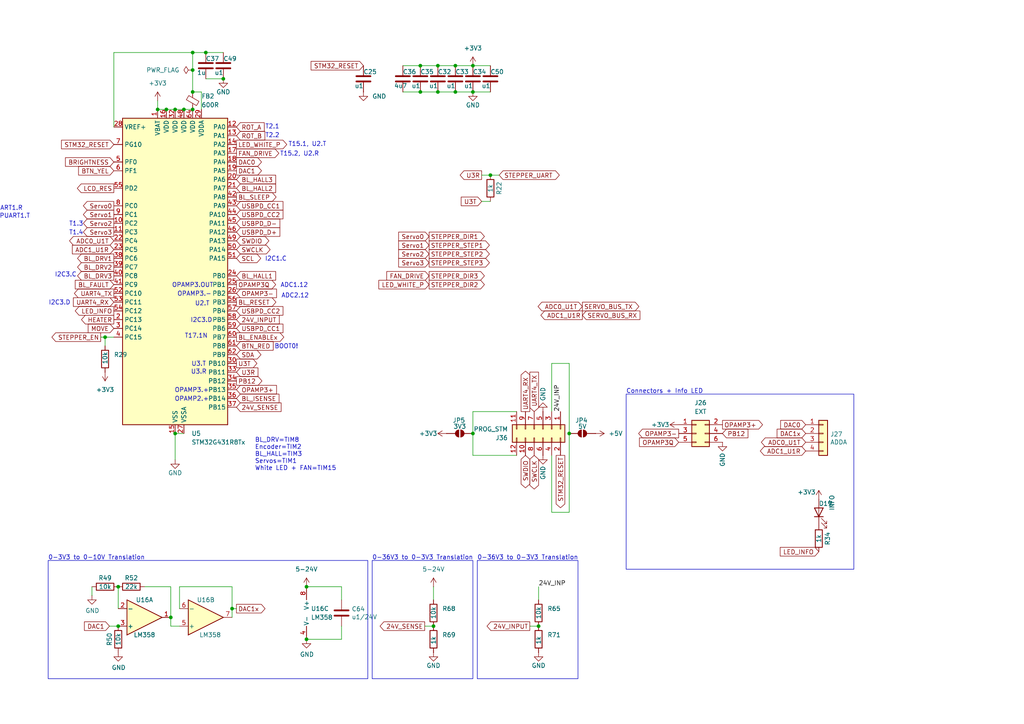
<source format=kicad_sch>
(kicad_sch (version 20250114) (generator "eeschema") (generator_version "9.0")
  (paper "A4")
  (title_block (title "lab@home") (date "2024-08-19") (rev "15.1") (company "Klaus Liebler"))
  (lib_symbols
    (symbol "Amplifier_Operational:LM358" (pin_names (offset 0.127))
      (property "Reference" "U" (at 0 5.08 0))
      (property "Value" "LM358" (at 0 -5.08 0))
      (symbol "LM358_1_1"
        (polyline (pts (xy -5.08 5.08) (xy 5.08 0) (xy -5.08 -5.08) (xy -5.08 5.08)) (stroke (width 0.254)) (fill (type background)))
        (pin input line (at -7.62 2.54 0) (length 2.54) (name "+") (number "3"))
        (pin input line (at -7.62 -2.54 0) (length 2.54) (name "-") (number "2"))
        (pin output line (at 7.62 0 180) (length 2.54) (name "~") (number "1"))
      )
      (symbol "LM358_2_1"
        (polyline (pts (xy -5.08 5.08) (xy 5.08 0) (xy -5.08 -5.08) (xy -5.08 5.08)) (stroke (width 0.254)) (fill (type background)))
        (pin input line (at -7.62 2.54 0) (length 2.54) (name "+") (number "5"))
        (pin input line (at -7.62 -2.54 0) (length 2.54) (name "-") (number "6"))
        (pin output line (at 7.62 0 180) (length 2.54) (name "~") (number "7"))
      )
      (symbol "LM358_3_1"
        (pin power_in line (at -2.54 7.62 270) (length 3.81) (name "V+") (number "8"))
        (pin power_in line (at -2.54 -7.62 90) (length 3.81) (name "V-") (number "4"))
      )
    )
    (symbol "Connector_Generic:Conn_01x04" (pin_names (offset 1.016) (hide yes))
      (property "Reference" "J" (at 0 5.08 0))
      (property "Value" "Conn_01x04" (at 0 -7.62 0))
      (symbol "Conn_01x04_1_1"
        (rectangle (start -1.27 3.81) (end 1.27 -6.35) (stroke (width 0.254)) (fill (type background)))
        (rectangle (start -1.27 2.667) (end 0 2.413) (stroke (width 0.1524)))
        (rectangle (start -1.27 0.127) (end 0 -0.127) (stroke (width 0.1524)))
        (rectangle (start -1.27 -2.413) (end 0 -2.667) (stroke (width 0.1524)))
        (rectangle (start -1.27 -4.953) (end 0 -5.207) (stroke (width 0.1524)))
        (pin passive line (at -5.08 2.54 0) (length 3.81) (name "Pin_1") (number "1"))
        (pin passive line (at -5.08 0 0) (length 3.81) (name "Pin_2") (number "2"))
        (pin passive line (at -5.08 -2.54 0) (length 3.81) (name "Pin_3") (number "3"))
        (pin passive line (at -5.08 -5.08 0) (length 3.81) (name "Pin_4") (number "4"))
      )
    )
    (symbol "Connector_Generic:Conn_02x03_Odd_Even" (pin_names (offset 1.016) (hide yes))
      (property "Reference" "J" (at 1.27 5.08 0))
      (property "Value" "Conn_02x03_Odd_Even" (at 1.27 -5.08 0))
      (symbol "Conn_02x03_Odd_Even_1_1"
        (rectangle (start -1.27 3.81) (end 3.81 -3.81) (stroke (width 0.254)) (fill (type background)))
        (rectangle (start -1.27 2.667) (end 0 2.413) (stroke (width 0.1524)))
        (rectangle (start -1.27 0.127) (end 0 -0.127) (stroke (width 0.1524)))
        (rectangle (start -1.27 -2.413) (end 0 -2.667) (stroke (width 0.1524)))
        (rectangle (start 3.81 2.667) (end 2.54 2.413) (stroke (width 0.1524)))
        (rectangle (start 3.81 0.127) (end 2.54 -0.127) (stroke (width 0.1524)))
        (rectangle (start 3.81 -2.413) (end 2.54 -2.667) (stroke (width 0.1524)))
        (pin passive line (at -5.08 2.54 0) (length 3.81) (name "Pin_1") (number "1"))
        (pin passive line (at -5.08 0 0) (length 3.81) (name "Pin_3") (number "3"))
        (pin passive line (at -5.08 -2.54 0) (length 3.81) (name "Pin_5") (number "5"))
        (pin passive line (at 7.62 2.54 180) (length 3.81) (name "Pin_2") (number "2"))
        (pin passive line (at 7.62 0 180) (length 3.81) (name "Pin_4") (number "4"))
        (pin passive line (at 7.62 -2.54 180) (length 3.81) (name "Pin_6") (number "6"))
      )
    )
    (symbol "Connector_Generic:Conn_02x06_Odd_Even" (pin_names (offset 1.016) (hide yes))
      (property "Reference" "J" (at 1.27 7.62 0))
      (property "Value" "Conn_02x06_Odd_Even" (at 1.27 -10.16 0))
      (symbol "Conn_02x06_Odd_Even_1_1"
        (rectangle (start -1.27 6.35) (end 3.81 -8.89) (stroke (width 0.254)) (fill (type background)))
        (rectangle (start -1.27 5.207) (end 0 4.953) (stroke (width 0.1524)))
        (rectangle (start -1.27 2.667) (end 0 2.413) (stroke (width 0.1524)))
        (rectangle (start -1.27 0.127) (end 0 -0.127) (stroke (width 0.1524)))
        (rectangle (start -1.27 -2.413) (end 0 -2.667) (stroke (width 0.1524)))
        (rectangle (start -1.27 -4.953) (end 0 -5.207) (stroke (width 0.1524)))
        (rectangle (start -1.27 -7.493) (end 0 -7.747) (stroke (width 0.1524)))
        (rectangle (start 3.81 5.207) (end 2.54 4.953) (stroke (width 0.1524)))
        (rectangle (start 3.81 2.667) (end 2.54 2.413) (stroke (width 0.1524)))
        (rectangle (start 3.81 0.127) (end 2.54 -0.127) (stroke (width 0.1524)))
        (rectangle (start 3.81 -2.413) (end 2.54 -2.667) (stroke (width 0.1524)))
        (rectangle (start 3.81 -4.953) (end 2.54 -5.207) (stroke (width 0.1524)))
        (rectangle (start 3.81 -7.493) (end 2.54 -7.747) (stroke (width 0.1524)))
        (pin passive line (at -5.08 5.08 0) (length 3.81) (name "Pin_1") (number "1"))
        (pin passive line (at -5.08 2.54 0) (length 3.81) (name "Pin_3") (number "3"))
        (pin passive line (at -5.08 0 0) (length 3.81) (name "Pin_5") (number "5"))
        (pin passive line (at -5.08 -2.54 0) (length 3.81) (name "Pin_7") (number "7"))
        (pin passive line (at -5.08 -5.08 0) (length 3.81) (name "Pin_9") (number "9"))
        (pin passive line (at -5.08 -7.62 0) (length 3.81) (name "Pin_11") (number "11"))
        (pin passive line (at 7.62 5.08 180) (length 3.81) (name "Pin_2") (number "2"))
        (pin passive line (at 7.62 2.54 180) (length 3.81) (name "Pin_4") (number "4"))
        (pin passive line (at 7.62 0 180) (length 3.81) (name "Pin_6") (number "6"))
        (pin passive line (at 7.62 -2.54 180) (length 3.81) (name "Pin_8") (number "8"))
        (pin passive line (at 7.62 -5.08 180) (length 3.81) (name "Pin_10") (number "10"))
        (pin passive line (at 7.62 -7.62 180) (length 3.81) (name "Pin_12") (number "12"))
      )
    )
    (symbol "Device:C" (pin_numbers (hide yes)) (pin_names (offset 0.254))
      (property "Reference" "C" (at 0.635 2.54 0))
      (property "Value" "C" (at 0.635 -2.54 0))
      (symbol "C_0_1"
        (polyline (pts (xy -2.032 0.762) (xy 2.032 0.762)) (stroke (width 0.508)))
        (polyline (pts (xy -2.032 -0.762) (xy 2.032 -0.762)) (stroke (width 0.508)))
      )
      (symbol "C_1_1"
        (pin passive line (at 0 3.81 270) (length 2.794) (name "~") (number "1"))
        (pin passive line (at 0 -3.81 90) (length 2.794) (name "~") (number "2"))
      )
    )
    (symbol "Device:FerriteBead_Small" (pin_numbers (hide yes)) (pin_names (offset 0))
      (property "Reference" "FB" (at 1.905 1.27 0))
      (property "Value" "FerriteBead_Small" (at 1.905 -1.27 0))
      (symbol "FerriteBead_Small_0_1"
        (polyline (pts (xy -1.8288 0.2794) (xy -1.1176 1.4986) (xy 1.8288 -0.2032) (xy 1.1176 -1.4224) (xy -1.8288 0.2794)))
        (polyline (pts (xy 0 0.889) (xy 0 1.2954)))
        (polyline (pts (xy 0 -1.27) (xy 0 -0.7874)))
      )
      (symbol "FerriteBead_Small_1_1"
        (pin passive line (at 0 2.54 270) (length 1.27) (name "~") (number "1"))
        (pin passive line (at 0 -2.54 90) (length 1.27) (name "~") (number "2"))
      )
    )
    (symbol "Device:LED" (pin_numbers (hide yes)) (pin_names (offset 1.016) (hide yes))
      (property "Reference" "D" (at 0 2.54 0))
      (property "Value" "LED" (at 0 -2.54 0))
      (symbol "LED_0_1"
        (polyline (pts (xy -3.048 -0.762) (xy -4.572 -2.286) (xy -3.81 -2.286) (xy -4.572 -2.286) (xy -4.572 -1.524)))
        (polyline (pts (xy -1.778 -0.762) (xy -3.302 -2.286) (xy -2.54 -2.286) (xy -3.302 -2.286) (xy -3.302 -1.524)))
        (polyline (pts (xy -1.27 0) (xy 1.27 0)))
        (polyline (pts (xy -1.27 -1.27) (xy -1.27 1.27)) (stroke (width 0.254)))
        (polyline (pts (xy 1.27 -1.27) (xy 1.27 1.27) (xy -1.27 0) (xy 1.27 -1.27)) (stroke (width 0.254)))
      )
      (symbol "LED_1_1"
        (pin passive line (at -3.81 0 0) (length 2.54) (name "K") (number "1"))
        (pin passive line (at 3.81 0 180) (length 2.54) (name "A") (number "2"))
      )
    )
    (symbol "Device:R" (pin_numbers (hide yes)) (pin_names (offset 0))
      (property "Reference" "R" (at 2.032 0 90))
      (property "Value" "R" (at 0 0 90))
      (symbol "R_0_1"
        (rectangle (start -1.016 -2.54) (end 1.016 2.54) (stroke (width 0.254)))
      )
      (symbol "R_1_1"
        (pin passive line (at 0 3.81 270) (length 1.27) (name "~") (number "1"))
        (pin passive line (at 0 -3.81 90) (length 1.27) (name "~") (number "2"))
      )
    )
    (symbol "Jumper:SolderJumper_2_Open" (pin_numbers (hide yes)) (pin_names (offset 0) (hide yes)) (exclude_from_sim yes) (in_bom no)
      (property "Reference" "JP" (at 0 2.032 0))
      (property "Value" "SolderJumper_2_Open" (at 0 -2.54 0))
      (symbol "SolderJumper_2_Open_0_1"
        (polyline (pts (xy -0.254 1.016) (xy -0.254 -1.016)))
        (arc (start -0.254 -1.016) (mid -1.2656 0) (end -0.254 1.016))
        (arc (start -0.254 -1.016) (mid -1.2656 0) (end -0.254 1.016) (fill (type outline)))
        (arc (start 0.254 1.016) (mid 1.2656 0) (end 0.254 -1.016))
        (arc (start 0.254 1.016) (mid 1.2656 0) (end 0.254 -1.016) (fill (type outline)))
        (polyline (pts (xy 0.254 1.016) (xy 0.254 -1.016)))
      )
      (symbol "SolderJumper_2_Open_1_1"
        (pin passive line (at -3.81 0 0) (length 2.54) (name "A") (number "1"))
        (pin passive line (at 3.81 0 180) (length 2.54) (name "B") (number "2"))
      )
    )
    (symbol "MCU_ST_STM32G4:STM32G431R8Tx"
      (property "Reference" "U" (at -15.24 46.99 0))
      (property "Value" "STM32G431R8Tx" (at 10.16 46.99 0))
      (symbol "STM32G431R8Tx_0_1"
        (rectangle (start -15.24 -43.18) (end 15.24 45.72) (stroke (width 0.254)) (fill (type background)))
      )
      (symbol "STM32G431R8Tx_1_1"
        (pin input line (at -17.78 43.18 0) (length 2.54) (name "VREF+") (number "28"))
        (pin bidirectional line (at -17.78 38.1 0) (length 2.54) (name "PG10") (number "7"))
        (pin bidirectional line (at -17.78 33.02 0) (length 2.54) (name "PF0") (number "5"))
        (pin bidirectional line (at -17.78 30.48 0) (length 2.54) (name "PF1") (number "6"))
        (pin bidirectional line (at -17.78 25.4 0) (length 2.54) (name "PD2") (number "55"))
        (pin bidirectional line (at -17.78 20.32 0) (length 2.54) (name "PC0") (number "8"))
        (pin bidirectional line (at -17.78 17.78 0) (length 2.54) (name "PC1") (number "9"))
        (pin bidirectional line (at -17.78 15.24 0) (length 2.54) (name "PC2") (number "10"))
        (pin bidirectional line (at -17.78 12.7 0) (length 2.54) (name "PC3") (number "11"))
        (pin bidirectional line (at -17.78 10.16 0) (length 2.54) (name "PC4") (number "22"))
        (pin bidirectional line (at -17.78 7.62 0) (length 2.54) (name "PC5") (number "23"))
        (pin bidirectional line (at -17.78 5.08 0) (length 2.54) (name "PC6") (number "38"))
        (pin bidirectional line (at -17.78 2.54 0) (length 2.54) (name "PC7") (number "39"))
        (pin bidirectional line (at -17.78 0 0) (length 2.54) (name "PC8") (number "40"))
        (pin bidirectional line (at -17.78 -2.54 0) (length 2.54) (name "PC9") (number "41"))
        (pin bidirectional line (at -17.78 -5.08 0) (length 2.54) (name "PC10") (number "52"))
        (pin bidirectional line (at -17.78 -7.62 0) (length 2.54) (name "PC11") (number "53"))
        (pin bidirectional line (at -17.78 -10.16 0) (length 2.54) (name "PC12") (number "54"))
        (pin bidirectional line (at -17.78 -12.7 0) (length 2.54) (name "PC13") (number "2"))
        (pin bidirectional line (at -17.78 -15.24 0) (length 2.54) (name "PC14") (number "3"))
        (pin bidirectional line (at -17.78 -17.78 0) (length 2.54) (name "PC15") (number "4"))
        (pin power_in line (at -5.08 48.26 270) (length 2.54) (name "VBAT") (number "1"))
        (pin power_in line (at -2.54 48.26 270) (length 2.54) (name "VDD") (number "16"))
        (pin power_in line (at 0 48.26 270) (length 2.54) (name "VDD") (number "32"))
        (pin power_in line (at 0 -45.72 90) (length 2.54) (name "VSS") (number "15"))
        (pin passive line (at 0 -45.72 90) (length 2.54) (hide yes) (name "VSS") (number "31"))
        (pin passive line (at 0 -45.72 90) (length 2.54) (hide yes) (name "VSS") (number "47"))
        (pin passive line (at 0 -45.72 90) (length 2.54) (hide yes) (name "VSS") (number "63"))
        (pin power_in line (at 2.54 48.26 270) (length 2.54) (name "VDD") (number "48"))
        (pin power_in line (at 2.54 -45.72 90) (length 2.54) (name "VSSA") (number "27"))
        (pin power_in line (at 5.08 48.26 270) (length 2.54) (name "VDD") (number "64"))
        (pin power_in line (at 7.62 48.26 270) (length 2.54) (name "VDDA") (number "29"))
        (pin bidirectional line (at 17.78 43.18 180) (length 2.54) (name "PA0") (number "12"))
        (pin bidirectional line (at 17.78 40.64 180) (length 2.54) (name "PA1") (number "13"))
        (pin bidirectional line (at 17.78 38.1 180) (length 2.54) (name "PA2") (number "14"))
        (pin bidirectional line (at 17.78 35.56 180) (length 2.54) (name "PA3") (number "17"))
        (pin bidirectional line (at 17.78 33.02 180) (length 2.54) (name "PA4") (number "18"))
        (pin bidirectional line (at 17.78 30.48 180) (length 2.54) (name "PA5") (number "19"))
        (pin bidirectional line (at 17.78 27.94 180) (length 2.54) (name "PA6") (number "20"))
        (pin bidirectional line (at 17.78 25.4 180) (length 2.54) (name "PA7") (number "21"))
        (pin bidirectional line (at 17.78 22.86 180) (length 2.54) (name "PA8") (number "42"))
        (pin bidirectional line (at 17.78 20.32 180) (length 2.54) (name "PA9") (number "43"))
        (pin bidirectional line (at 17.78 17.78 180) (length 2.54) (name "PA10") (number "44"))
        (pin bidirectional line (at 17.78 15.24 180) (length 2.54) (name "PA11") (number "45"))
        (pin bidirectional line (at 17.78 12.7 180) (length 2.54) (name "PA12") (number "46"))
        (pin bidirectional line (at 17.78 10.16 180) (length 2.54) (name "PA13") (number "49"))
        (pin bidirectional line (at 17.78 7.62 180) (length 2.54) (name "PA14") (number "50"))
        (pin bidirectional line (at 17.78 5.08 180) (length 2.54) (name "PA15") (number "51"))
        (pin bidirectional line (at 17.78 0 180) (length 2.54) (name "PB0") (number "24"))
        (pin bidirectional line (at 17.78 -2.54 180) (length 2.54) (name "PB1") (number "25"))
        (pin bidirectional line (at 17.78 -5.08 180) (length 2.54) (name "PB2") (number "26"))
        (pin bidirectional line (at 17.78 -7.62 180) (length 2.54) (name "PB3") (number "56"))
        (pin bidirectional line (at 17.78 -10.16 180) (length 2.54) (name "PB4") (number "57"))
        (pin bidirectional line (at 17.78 -12.7 180) (length 2.54) (name "PB5") (number "58"))
        (pin bidirectional line (at 17.78 -15.24 180) (length 2.54) (name "PB6") (number "59"))
        (pin bidirectional line (at 17.78 -17.78 180) (length 2.54) (name "PB7") (number "60"))
        (pin bidirectional line (at 17.78 -20.32 180) (length 2.54) (name "PB8") (number "61"))
        (pin bidirectional line (at 17.78 -22.86 180) (length 2.54) (name "PB9") (number "62"))
        (pin bidirectional line (at 17.78 -25.4 180) (length 2.54) (name "PB10") (number "30"))
        (pin bidirectional line (at 17.78 -27.94 180) (length 2.54) (name "PB11") (number "33"))
        (pin bidirectional line (at 17.78 -30.48 180) (length 2.54) (name "PB12") (number "34"))
        (pin bidirectional line (at 17.78 -33.02 180) (length 2.54) (name "PB13") (number "35"))
        (pin bidirectional line (at 17.78 -35.56 180) (length 2.54) (name "PB14") (number "36"))
        (pin bidirectional line (at 17.78 -38.1 180) (length 2.54) (name "PB15") (number "37"))
      )
    )
    (symbol "power:+3V3" (power) (pin_numbers (hide yes)) (pin_names (offset 0) (hide yes))
      (property "Value" "+3V3" (at 0 3.556 0))
      (symbol "+3V3_0_1"
        (polyline (pts (xy -0.762 1.27) (xy 0 2.54)))
        (polyline (pts (xy 0 2.54) (xy 0.762 1.27)))
        (polyline (pts (xy 0 0) (xy 0 2.54)))
      )
      (symbol "+3V3_1_1"
        (pin power_in line (at 0 0 90) (length 0) (name "~") (number "1"))
      )
    )
    (symbol "power:+5V" (power) (pin_numbers (hide yes)) (pin_names (offset 0) (hide yes))
      (property "Value" "+5V" (at 0 3.556 0))
      (symbol "+5V_0_1"
        (polyline (pts (xy -0.762 1.27) (xy 0 2.54)))
        (polyline (pts (xy 0 2.54) (xy 0.762 1.27)))
        (polyline (pts (xy 0 0) (xy 0 2.54)))
      )
      (symbol "+5V_1_1"
        (pin power_in line (at 0 0 90) (length 0) (name "~") (number "1"))
      )
    )
    (symbol "power:+VSW" (power) (pin_numbers (hide yes)) (pin_names (offset 0) (hide yes))
      (property "Value" "+VSW" (at 0 3.556 0))
      (symbol "+VSW_0_1"
        (polyline (pts (xy -0.762 1.27) (xy 0 2.54)))
        (polyline (pts (xy 0 2.54) (xy 0.762 1.27)))
        (polyline (pts (xy 0 0) (xy 0 2.54)))
      )
      (symbol "+VSW_1_1"
        (pin power_in line (at 0 0 90) (length 0) (name "~") (number "1"))
      )
    )
    (symbol "power:GND" (power) (pin_numbers (hide yes)) (pin_names (offset 0) (hide yes))
      (property "Value" "GND" (at 0 -3.81 0))
      (symbol "GND_0_1"
        (polyline (pts (xy 0 0) (xy 0 -1.27) (xy 1.27 -1.27) (xy 0 -2.54) (xy -1.27 -1.27) (xy 0 -1.27)))
      )
      (symbol "GND_1_1"
        (pin power_in line (at 0 0 270) (length 0) (name "~") (number "1"))
      )
    )
    (symbol "power:PWR_FLAG" (power) (pin_numbers (hide yes)) (pin_names (offset 0) (hide yes))
      (property "Value" "PWR_FLAG" (at 0 3.81 0))
      (symbol "PWR_FLAG_0_0"
        (pin power_out line (at 0 0 90) (length 0) (name "~") (number "1"))
      )
      (symbol "PWR_FLAG_0_1"
        (polyline (pts (xy 0 0) (xy 0 1.27) (xy -1.016 1.905) (xy 0 2.54) (xy 1.016 1.905) (xy 0 1.27)))
      )
    )
  )
  (rectangle (start 107.95 162.56) (end 137.16 196.85))
  (rectangle (start 138.43 162.56) (end 167.64 196.85))
  (rectangle (start 13.97 162.56) (end 106.68 196.85))
  (rectangle (start 181.61 114.3) (end 247.65 165.1))
  (text "U2.T" (at 58.674 88.138 0) (effects (font (size 1.27 1.27))))
  (text "T2.2" (at 78.994 39.37 0) (effects (font (size 1.27 1.27))))
  (text "T17.1N" (at 56.896 97.536 0) (effects (font (size 1.27 1.27))))
  (text "T2.1" (at 78.994 36.83 0) (effects (font (size 1.27 1.27))))
  (text "T1.2, LPUART1.T" (at 1.016 62.738 0) (effects (font (size 1.27 1.27))))
  (text "I2C3.D" (at 17.272 87.884 0) (effects (font (size 1.27 1.27))))
  (text "T1.1, LPUART1.R" (at -1.27 60.452 0) (effects (font (size 1.27 1.27))))
  (text "OPAMP3.+" (at 55.626 113.284 0) (effects (font (size 1.27 1.27))))
  (text "BL_DRV=TIM8\nEncoder=TIM2\nBL_HALL=TIM3\nServos=TIM1\nWhite LED + FAN=TIM15\n" (at 73.914 131.826 0) (effects (font (size 1.27 1.27)) (justify left)))
  (text "T1.4" (at 22.098 67.564 0) (effects (font (size 1.27 1.27))))
  (text "T15.2, U2.R" (at 86.868 44.704 0) (effects (font (size 1.27 1.27))))
  (text "T1.3" (at 22.098 65.024 0) (effects (font (size 1.27 1.27))))
  (text "0-36V3 to 0-3V3 Translation" (at 138.43 162.56 0) (effects (font (size 1.27 1.27)) (justify left bottom)))
  (text "U3.T" (at 57.658 105.664 0) (effects (font (size 1.27 1.27))))
  (text "T15.1, U2.T" (at 89.154 41.91 0) (effects (font (size 1.27 1.27))))
  (text "I2C3.D" (at 58.42 92.964 0) (effects (font (size 1.27 1.27))))
  (text "0-3V3 to 0-10V Translation" (at 13.97 162.56 0) (effects (font (size 1.27 1.27)) (justify left bottom)))
  (text "I2C3.C" (at 19.05 79.756 0) (effects (font (size 1.27 1.27))))
  (text "U3.R" (at 57.658 107.95 0) (effects (font (size 1.27 1.27))))
  (text "Connectors + Info LED" (at 181.61 114.3 0) (effects (font (size 1.27 1.27)) (justify left bottom)))
  (text "I2C1.C" (at 80.01 75.184 0) (effects (font (size 1.27 1.27))))
  (text "ADC1.12" (at 85.344 82.804 0) (effects (font (size 1.27 1.27))))
  (text "ADC2.12" (at 85.598 85.852 0) (effects (font (size 1.27 1.27))))
  (text "BOOT0!" (at 83.058 100.584 0) (effects (font (size 1.27 1.27))))
  (text "0-36V3 to 0-3V3 Translation" (at 107.95 162.56 0) (effects (font (size 1.27 1.27)) (justify left bottom)))
  (text "OPAMP2.+" (at 55.626 115.824 0) (effects (font (size 1.27 1.27))))
  (text "OPAMP3.-" (at 56.388 85.344 0) (effects (font (size 1.27 1.27))))
  (text "OPAMP3.OUT" (at 55.88 82.804 0) (effects (font (size 1.27 1.27))))
  (junction (at 121.92 19.05))
  (junction (at 30.48 97.79))
  (junction (at 48.26 31.75))
  (junction (at 55.88 15.24))
  (junction (at 55.88 20.32))
  (junction (at 121.92 26.67))
  (junction (at 165.1 125.73))
  (junction (at 55.88 26.67))
  (junction (at 49.53 179.07))
  (junction (at 156.21 181.61))
  (junction (at 45.72 31.75))
  (junction (at 132.08 26.67))
  (junction (at 137.16 26.67))
  (junction (at 55.88 31.75))
  (junction (at 132.08 19.05))
  (junction (at 127 26.67))
  (junction (at 88.9 170.18))
  (junction (at 125.73 181.61))
  (junction (at 137.16 125.73))
  (junction (at 142.24 50.8))
  (junction (at 53.34 31.75))
  (junction (at 67.31 176.53))
  (junction (at 127 19.05))
  (junction (at 50.8 31.75))
  (junction (at 137.16 19.05))
  (junction (at 64.77 22.86))
  (junction (at 34.29 170.18))
  (junction (at 50.8 125.73))
  (junction (at 88.9 185.42))
  (junction (at 59.69 15.24))
  (junction (at 34.29 181.61))
  (wire (pts (xy 99.06 170.18) (xy 99.06 173.99)))
  (wire (pts (xy 149.86 119.38) (xy 137.16 119.38)))
  (wire (pts (xy 160.02 105.41) (xy 165.1 105.41)))
  (wire (pts (xy 165.1 148.59) (xy 165.1 125.73)))
  (wire (pts (xy 137.16 26.67) (xy 142.24 26.67)))
  (wire (pts (xy 149.86 132.08) (xy 137.16 132.08)))
  (wire (pts (xy 49.53 170.18) (xy 41.91 170.18)))
  (wire (pts (xy 99.06 185.42) (xy 99.06 181.61)))
  (wire (pts (xy 34.29 170.18) (xy 34.29 176.53)))
  (wire (pts (xy 50.8 31.75) (xy 53.34 31.75)))
  (wire (pts (xy 88.9 170.18) (xy 99.06 170.18)))
  (wire (pts (xy 52.07 181.61) (xy 49.53 181.61)))
  (wire (pts (xy 132.08 19.05) (xy 137.16 19.05)))
  (wire (pts (xy 121.92 19.05) (xy 127 19.05)))
  (wire (pts (xy 165.1 105.41) (xy 165.1 125.73)))
  (wire (pts (xy 125.73 170.18) (xy 125.73 173.99)))
  (wire (pts (xy 58.42 26.67) (xy 55.88 26.67)))
  (wire (pts (xy 50.8 125.73) (xy 53.34 125.73)))
  (wire (pts (xy 49.53 179.07) (xy 49.53 170.18)))
  (wire (pts (xy 160.02 119.38) (xy 160.02 105.41)))
  (wire (pts (xy 127 26.67) (xy 132.08 26.67)))
  (wire (pts (xy 116.84 19.05) (xy 121.92 19.05)))
  (wire (pts (xy 127 19.05) (xy 132.08 19.05)))
  (wire (pts (xy 29.21 97.79) (xy 30.48 97.79)))
  (wire (pts (xy 139.7 58.42) (xy 142.24 58.42)))
  (wire (pts (xy 59.69 22.86) (xy 64.77 22.86)))
  (wire (pts (xy 55.88 26.67) (xy 55.88 20.32)))
  (wire (pts (xy 137.16 19.05) (xy 142.24 19.05)))
  (wire (pts (xy 67.31 176.53) (xy 67.31 179.07)))
  (wire (pts (xy 67.31 176.53) (xy 68.58 176.53)))
  (wire (pts (xy 52.07 176.53) (xy 52.07 170.18)))
  (wire (pts (xy 48.26 31.75) (xy 50.8 31.75)))
  (wire (pts (xy 59.69 15.24) (xy 64.77 15.24)))
  (wire (pts (xy 55.88 15.24) (xy 33.02 15.24)))
  (wire (pts (xy 160.02 132.08) (xy 160.02 148.59)))
  (wire (pts (xy 123.19 181.61) (xy 125.73 181.61)))
  (wire (pts (xy 33.02 15.24) (xy 33.02 36.83)))
  (wire (pts (xy 50.8 125.73) (xy 50.8 133.35)))
  (wire (pts (xy 30.48 97.79) (xy 30.48 100.33)))
  (wire (pts (xy 55.88 20.32) (xy 55.88 15.24)))
  (wire (pts (xy 132.08 26.67) (xy 137.16 26.67)))
  (wire (pts (xy 137.16 132.08) (xy 137.16 125.73)))
  (wire (pts (xy 142.24 50.8) (xy 144.78 50.8)))
  (wire (pts (xy 52.07 170.18) (xy 67.31 170.18)))
  (wire (pts (xy 137.16 119.38) (xy 137.16 125.73)))
  (wire (pts (xy 53.34 31.75) (xy 55.88 31.75)))
  (wire (pts (xy 55.88 15.24) (xy 59.69 15.24)))
  (wire (pts (xy 31.75 181.61) (xy 34.29 181.61)))
  (wire (pts (xy 116.84 26.67) (xy 121.92 26.67)))
  (wire (pts (xy 88.9 185.42) (xy 99.06 185.42)))
  (wire (pts (xy 153.67 181.61) (xy 156.21 181.61)))
  (wire (pts (xy 58.42 31.75) (xy 58.42 26.67)))
  (wire (pts (xy 121.92 26.67) (xy 127 26.67)))
  (wire (pts (xy 45.72 31.75) (xy 48.26 31.75)))
  (wire (pts (xy 156.21 170.18) (xy 156.21 173.99)))
  (wire (pts (xy 139.7 50.8) (xy 142.24 50.8)))
  (wire (pts (xy 26.67 170.18) (xy 26.67 172.72)))
  (wire (pts (xy 67.31 170.18) (xy 67.31 176.53)))
  (wire (pts (xy 160.02 148.59) (xy 165.1 148.59)))
  (wire (pts (xy 45.72 29.21) (xy 45.72 31.75)))
  (wire (pts (xy 30.48 97.79) (xy 33.02 97.79)))
  (wire (pts (xy 49.53 181.61) (xy 49.53 179.07)))
  (label "24V_INP" (at 156.21 170.18 0))
  (label "24V_INP" (at 162.56 119.38 90))
  (global_label "Servo0" (shape output) (at 33.02 59.69 180) (property "Intersheetrefs" "${INTERSHEET_REFS}" (effects (hide yes))))
  (global_label "MOVE" (shape input) (at 33.02 95.25 180) (property "Intersheetrefs" "${INTERSHEET_REFS}" (effects (hide yes))))
  (global_label "SWDIO" (shape bidirectional) (at 152.4 132.08 270) (property "Intersheetrefs" "${INTERSHEET_REFS}" (effects (hide yes))))
  (global_label "BL_DRV2" (shape output) (at 33.02 77.47 180) (property "Intersheetrefs" "${INTERSHEET_REFS}" (effects (hide yes))))
  (global_label "SERVO_BUS_RX" (shape input) (at 168.91 91.44 0) (property "Intersheetrefs" "${INTERSHEET_REFS}" (effects (hide yes))))
  (global_label "LED_WHITE_P" (shape input) (at 124.46 82.55 180) (property "Intersheetrefs" "${INTERSHEET_REFS}" (effects (hide yes))))
  (global_label "BL_RESET" (shape output) (at 68.58 87.63 0) (property "Intersheetrefs" "${INTERSHEET_REFS}" (effects (hide yes))))
  (global_label "STEPPER_STEP2" (shape output) (at 124.46 73.66 0) (property "Intersheetrefs" "${INTERSHEET_REFS}" (effects (hide yes))))
  (global_label "BTN_RED" (shape input) (at 68.58 100.33 0) (property "Intersheetrefs" "${INTERSHEET_REFS}" (effects (hide yes))))
  (global_label "STEPPER_DIR2" (shape output) (at 124.46 82.55 0) (property "Intersheetrefs" "${INTERSHEET_REFS}" (effects (hide yes))))
  (global_label "LCD_RES" (shape output) (at 33.02 54.61 180) (property "Intersheetrefs" "${INTERSHEET_REFS}" (effects (hide yes))))
  (global_label "STEPPER_STEP1" (shape output) (at 124.46 71.12 0) (property "Intersheetrefs" "${INTERSHEET_REFS}" (effects (hide yes))))
  (global_label "BL_DRV3" (shape output) (at 33.02 80.01 180) (property "Intersheetrefs" "${INTERSHEET_REFS}" (effects (hide yes))))
  (global_label "STM32_RESET" (shape output) (at 162.56 132.08 270) (property "Intersheetrefs" "${INTERSHEET_REFS}" (effects (hide yes))))
  (global_label "24V_INPUT" (shape output) (at 153.67 181.61 180) (property "Intersheetrefs" "${INTERSHEET_REFS}" (effects (hide yes))))
  (global_label "PB12" (shape output) (at 68.58 110.49 0) (property "Intersheetrefs" "${INTERSHEET_REFS}" (effects (hide yes))))
  (global_label "ADC0_U1T" (shape bidirectional) (at 168.91 88.9 180) (property "Intersheetrefs" "${INTERSHEET_REFS}" (effects (hide yes))))
  (global_label "U3R" (shape output) (at 139.7 50.8 180) (property "Intersheetrefs" "${INTERSHEET_REFS}" (effects (hide yes))))
  (global_label "24V_SENSE" (shape output) (at 123.19 181.61 180) (property "Intersheetrefs" "${INTERSHEET_REFS}" (effects (hide yes))))
  (global_label "DAC1x" (shape output) (at 68.58 176.53 0) (property "Intersheetrefs" "${INTERSHEET_REFS}" (effects (hide yes))))
  (global_label "SWCLK" (shape bidirectional) (at 68.58 72.39 0) (property "Intersheetrefs" "${INTERSHEET_REFS}" (effects (hide yes))))
  (global_label "USBPD_CC1" (shape input) (at 68.58 59.69 0) (property "Intersheetrefs" "${INTERSHEET_REFS}" (effects (hide yes))))
  (global_label "Servo3" (shape output) (at 33.02 67.31 180) (property "Intersheetrefs" "${INTERSHEET_REFS}" (effects (hide yes))))
  (global_label "USBPD_D+" (shape input) (at 68.58 67.31 0) (property "Intersheetrefs" "${INTERSHEET_REFS}" (effects (hide yes))))
  (global_label "USBPD_CC2" (shape input) (at 68.58 62.23 0) (property "Intersheetrefs" "${INTERSHEET_REFS}" (effects (hide yes))))
  (global_label "DAC1" (shape output) (at 68.58 49.53 0) (property "Intersheetrefs" "${INTERSHEET_REFS}" (effects (hide yes))))
  (global_label "Servo1" (shape output) (at 33.02 62.23 180) (property "Intersheetrefs" "${INTERSHEET_REFS}" (effects (hide yes))))
  (global_label "U3R" (shape input) (at 68.58 107.95 0) (property "Intersheetrefs" "${INTERSHEET_REFS}" (effects (hide yes))))
  (global_label "ADC1_U1R" (shape input) (at 33.02 72.39 180) (property "Intersheetrefs" "${INTERSHEET_REFS}" (effects (hide yes))))
  (global_label "BRIGHTNESS" (shape input) (at 33.02 46.99 180) (property "Intersheetrefs" "${INTERSHEET_REFS}" (effects (hide yes))))
  (global_label "U3T" (shape input) (at 139.7 58.42 180) (property "Intersheetrefs" "${INTERSHEET_REFS}" (effects (hide yes))))
  (global_label "LED_INFO" (shape input) (at 237.49 160.02 180) (property "Intersheetrefs" "${INTERSHEET_REFS}" (effects (hide yes))))
  (global_label "OPAMP3-" (shape output) (at 196.85 125.73 180) (property "Intersheetrefs" "${INTERSHEET_REFS}" (effects (hide yes))))
  (global_label "BL_DRV1" (shape output) (at 33.02 74.93 180) (property "Intersheetrefs" "${INTERSHEET_REFS}" (effects (hide yes))))
  (global_label "STEPPER_EN" (shape output) (at 29.21 97.79 180) (property "Intersheetrefs" "${INTERSHEET_REFS}" (effects (hide yes))))
  (global_label "OPAMP3Q" (shape output) (at 68.58 82.55 0) (property "Intersheetrefs" "${INTERSHEET_REFS}" (effects (hide yes))))
  (global_label "SWCLK" (shape bidirectional) (at 154.94 132.08 270) (property "Intersheetrefs" "${INTERSHEET_REFS}" (effects (hide yes))))
  (global_label "SERVO_BUS_TX" (shape output) (at 168.91 88.9 0) (property "Intersheetrefs" "${INTERSHEET_REFS}" (effects (hide yes))))
  (global_label "FAN_DRIVE" (shape input) (at 124.46 80.01 180) (property "Intersheetrefs" "${INTERSHEET_REFS}" (effects (hide yes))))
  (global_label "U3T" (shape output) (at 68.58 105.41 0) (property "Intersheetrefs" "${INTERSHEET_REFS}" (effects (hide yes))))
  (global_label "PB12" (shape input) (at 209.55 125.73 0) (property "Intersheetrefs" "${INTERSHEET_REFS}" (effects (hide yes))))
  (global_label "USBPD_D-" (shape input) (at 68.58 64.77 0) (property "Intersheetrefs" "${INTERSHEET_REFS}" (effects (hide yes))))
  (global_label "OPAMP3-" (shape input) (at 68.58 85.09 0) (property "Intersheetrefs" "${INTERSHEET_REFS}" (effects (hide yes))))
  (global_label "STEPPER_STEP3" (shape output) (at 124.46 76.2 0) (property "Intersheetrefs" "${INTERSHEET_REFS}" (effects (hide yes))))
  (global_label "ADC0_U1T" (shape bidirectional) (at 33.02 69.85 180) (property "Intersheetrefs" "${INTERSHEET_REFS}" (effects (hide yes))))
  (global_label "ADC1_U1R" (shape output) (at 168.91 91.44 180) (property "Intersheetrefs" "${INTERSHEET_REFS}" (effects (hide yes))))
  (global_label "BL_HALL3" (shape input) (at 68.58 52.07 0) (property "Intersheetrefs" "${INTERSHEET_REFS}" (effects (hide yes))))
  (global_label "OPAMP3+" (shape input) (at 68.58 113.03 0) (property "Intersheetrefs" "${INTERSHEET_REFS}" (effects (hide yes))))
  (global_label "ROT_A" (shape input) (at 68.58 36.83 0) (property "Intersheetrefs" "${INTERSHEET_REFS}" (effects (hide yes))))
  (global_label "USBPD_CC2" (shape input) (at 68.58 90.17 0) (property "Intersheetrefs" "${INTERSHEET_REFS}" (effects (hide yes))))
  (global_label "BL_SLEEP" (shape output) (at 68.58 57.15 0) (property "Intersheetrefs" "${INTERSHEET_REFS}" (effects (hide yes))))
  (global_label "Servo0" (shape input) (at 124.46 68.58 180) (property "Intersheetrefs" "${INTERSHEET_REFS}" (effects (hide yes))))
  (global_label "UART4_TX" (shape input) (at 154.94 119.38 90) (property "Intersheetrefs" "${INTERSHEET_REFS}" (effects (hide yes))))
  (global_label "STM32_RESET" (shape input) (at 105.41 19.05 180) (property "Intersheetrefs" "${INTERSHEET_REFS}" (effects (hide yes))))
  (global_label "BL_HALL1" (shape input) (at 68.58 80.01 0) (property "Intersheetrefs" "${INTERSHEET_REFS}" (effects (hide yes))))
  (global_label "SWDIO" (shape bidirectional) (at 68.58 69.85 0) (property "Intersheetrefs" "${INTERSHEET_REFS}" (effects (hide yes))))
  (global_label "24V_INPUT" (shape input) (at 68.58 92.71 0) (property "Intersheetrefs" "${INTERSHEET_REFS}" (effects (hide yes))))
  (global_label "24V_SENSE" (shape input) (at 68.58 118.11 0) (property "Intersheetrefs" "${INTERSHEET_REFS}" (effects (hide yes))))
  (global_label "ROT_B" (shape input) (at 68.58 39.37 0) (property "Intersheetrefs" "${INTERSHEET_REFS}" (effects (hide yes))))
  (global_label "BL_HALL2" (shape input) (at 68.58 54.61 0) (property "Intersheetrefs" "${INTERSHEET_REFS}" (effects (hide yes))))
  (global_label "BTN_YEL" (shape input) (at 33.02 49.53 180) (property "Intersheetrefs" "${INTERSHEET_REFS}" (effects (hide yes))))
  (global_label "DAC1x" (shape input) (at 233.68 125.73 180) (property "Intersheetrefs" "${INTERSHEET_REFS}" (effects (hide yes))))
  (global_label "DAC0" (shape output) (at 68.58 46.99 0) (property "Intersheetrefs" "${INTERSHEET_REFS}" (effects (hide yes))))
  (global_label "BL_FAULT" (shape input) (at 33.02 82.55 180) (property "Intersheetrefs" "${INTERSHEET_REFS}" (effects (hide yes))))
  (global_label "HEATER" (shape output) (at 33.02 92.71 180) (property "Intersheetrefs" "${INTERSHEET_REFS}" (effects (hide yes))))
  (global_label "ADC0_U1T" (shape bidirectional) (at 233.68 128.27 180) (property "Intersheetrefs" "${INTERSHEET_REFS}" (effects (hide yes))))
  (global_label "Servo2" (shape output) (at 33.02 64.77 180) (property "Intersheetrefs" "${INTERSHEET_REFS}" (effects (hide yes))))
  (global_label "BL_ENABLEx" (shape output) (at 68.58 97.79 0) (property "Intersheetrefs" "${INTERSHEET_REFS}" (effects (hide yes))))
  (global_label "STM32_RESET" (shape input) (at 33.02 41.91 180) (property "Intersheetrefs" "${INTERSHEET_REFS}" (effects (hide yes))))
  (global_label "UART4_RX" (shape input) (at 33.02 87.63 180) (property "Intersheetrefs" "${INTERSHEET_REFS}" (effects (hide yes))))
  (global_label "BL_ISENSE" (shape input) (at 68.58 115.57 0) (property "Intersheetrefs" "${INTERSHEET_REFS}" (effects (hide yes))))
  (global_label "Servo1" (shape input) (at 124.46 71.12 180) (property "Intersheetrefs" "${INTERSHEET_REFS}" (effects (hide yes))))
  (global_label "FAN_DRIVE" (shape output) (at 68.58 44.45 0) (property "Intersheetrefs" "${INTERSHEET_REFS}" (effects (hide yes))))
  (global_label "OPAMP3+" (shape output) (at 209.55 123.19 0) (property "Intersheetrefs" "${INTERSHEET_REFS}" (effects (hide yes))))
  (global_label "STEPPER_UART" (shape bidirectional) (at 144.78 50.8 0) (property "Intersheetrefs" "${INTERSHEET_REFS}" (effects (hide yes))))
  (global_label "SCL" (shape bidirectional) (at 68.58 74.93 0) (property "Intersheetrefs" "${INTERSHEET_REFS}" (effects (hide yes))))
  (global_label "Servo3" (shape input) (at 124.46 76.2 180) (property "Intersheetrefs" "${INTERSHEET_REFS}" (effects (hide yes))))
  (global_label "USBPD_CC1" (shape input) (at 68.58 95.25 0) (property "Intersheetrefs" "${INTERSHEET_REFS}" (effects (hide yes))))
  (global_label "STEPPER_DIR1" (shape output) (at 124.46 68.58 0) (property "Intersheetrefs" "${INTERSHEET_REFS}" (effects (hide yes))))
  (global_label "STEPPER_DIR3" (shape output) (at 124.46 80.01 0) (property "Intersheetrefs" "${INTERSHEET_REFS}" (effects (hide yes))))
  (global_label "DAC1" (shape input) (at 31.75 181.61 180) (property "Intersheetrefs" "${INTERSHEET_REFS}" (effects (hide yes))))
  (global_label "LED_WHITE_P" (shape output) (at 68.58 41.91 0) (property "Intersheetrefs" "${INTERSHEET_REFS}" (effects (hide yes))))
  (global_label "OPAMP3Q" (shape input) (at 196.85 128.27 180) (property "Intersheetrefs" "${INTERSHEET_REFS}" (effects (hide yes))))
  (global_label "Servo2" (shape input) (at 124.46 73.66 180) (property "Intersheetrefs" "${INTERSHEET_REFS}" (effects (hide yes))))
  (global_label "SDA" (shape bidirectional) (at 68.58 102.87 0) (property "Intersheetrefs" "${INTERSHEET_REFS}" (effects (hide yes))))
  (global_label "UART4_RX" (shape output) (at 152.4 119.38 90) (property "Intersheetrefs" "${INTERSHEET_REFS}" (effects (hide yes))))
  (global_label "UART4_TX" (shape output) (at 33.02 85.09 180) (property "Intersheetrefs" "${INTERSHEET_REFS}" (effects (hide yes))))
  (global_label "ADC1_U1R" (shape bidirectional) (at 233.68 130.81 180) (property "Intersheetrefs" "${INTERSHEET_REFS}" (effects (hide yes))))
  (global_label "LED_INFO" (shape output) (at 33.02 90.17 180) (property "Intersheetrefs" "${INTERSHEET_REFS}" (effects (hide yes))))
  (global_label "DAC0" (shape input) (at 233.68 123.19 180) (property "Intersheetrefs" "${INTERSHEET_REFS}" (effects (hide yes))))
  (symbol (lib_id "MCU_ST_STM32G4:STM32G431R8Tx") (at 50.8 80.01 0) (unit 1)
    (property "Reference" "U5" (at 55.5341 125.73 0) (effects (justify left)))
    (property "Value" "STM32G431R8Tx" (at 55.5341 128.27 0) (effects (justify left)))
    (property "Footprint" "Package_QFP:LQFP-64_10x10mm_P0.5mm" (effects (hide yes)))
    (property "Datasheet" "https://www.st.com/resource/en/datasheet/stm32g431r8.pdf" (effects (hide yes)))
    (property "Description" "STMicroelectronics Arm Cortex-M4 MCU, 64KB flash, 32KB RAM, 170 MHz, 1.71-3.6V, 52 GPIO, LQFP64" (effects (hide yes)))
    (property "MPN" "STM32G431RBT6" (effects (hide yes)))
    (property "Manufacturer" "STMicroelectronics" (effects (hide yes)))
  )
  (symbol (lib_id "Connector_Generic:Conn_01x04") (at 238.76 125.73 0) (unit 1)
    (property "Reference" "J27" (at 240.792 125.9332 0) (effects (justify left)))
    (property "Value" "ADDA" (at 240.792 128.2446 0) (effects (justify left)))
    (property "Footprint" "liebler_CONN:PhoenixContact_MC_1,5_4-G-3.5_1x04_P3.50mm_Horizontal_smallerCourtyard" (effects (hide yes)))
    (property "MPN" "KF2EDGR-3.5-4P" (effects (hide yes)))
    (property "Manufacturer" "Cixi Kefa Elec" (effects (hide yes)))
  )
  (symbol (lib_id "Device:C") (at 99.06 177.8 180) (unit 1)
    (property "Reference" "C64" (at 101.981 176.6316 0) (effects (justify right)))
    (property "Value" "u1/24V" (at 101.981 178.943 0) (effects (justify right)))
    (property "Footprint" "Capacitor_SMD:C_0603_1608Metric" (effects (hide yes)))
    (property "MPN" "CC0603KRX7R9BB104" (effects (hide yes)))
    (property "Manufacturer" "YAGEO" (effects (hide yes)))
  )
  (symbol (lib_id "Connector_Generic:Conn_02x03_Odd_Even") (at 201.93 125.73 0) (unit 1)
    (property "Reference" "J26" (at 203.2 116.84 0))
    (property "Value" "EXT" (at 203.2 119.38 0))
    (property "Footprint" "Connector_PinHeader_2.54mm:PinHeader_2x03_P2.54mm_Vertical" (effects (hide yes)))
    (property "Description" "Generic connector, double row, 02x03, odd/even pin numbering scheme (row 1 odd numbers, row 2 even numbers), script generated (kicad-library-utils/schlib/autogen/connector/)" (effects (hide yes)))
    (property "MPN" "PZ254V-12-6P" (effects (hide yes)))
    (property "Manufacturer" "XFCN" (effects (hide yes)))
  )
  (symbol (lib_id "Amplifier_Operational:LM358") (at 41.91 179.07 0) (mirror x) (unit 1)
    (property "Reference" "U16" (at 41.91 173.99 0))
    (property "Value" "LM358" (at 41.91 184.15 0))
    (property "Footprint" "Package_SO:SOIC-8_3.9x4.9mm_P1.27mm" (effects (hide yes)))
    (property "Datasheet" "http://www.ti.com/lit/ds/symlink/lm2904-n.pdf" (effects (hide yes)))
    (property "MPN" "LM358DT" (effects (hide yes)))
    (property "Manufacturer" "STMicroelectronics" (effects (hide yes)))
  )
  (symbol (lib_id "Device:C") (at 127 22.86 0) (unit 1)
    (property "Reference" "C32" (at 127 20.828 0) (effects (justify left)))
    (property "Value" "u1" (at 124.46 24.892 0) (effects (justify left)))
    (property "Footprint" "Capacitor_SMD:C_0201_0603Metric" (effects (hide yes)))
    (property "Description" "Unpolarized capacitor" (effects (hide yes)))
    (property "MPN" "GRM033R61A104KE15D" (effects (hide yes)))
    (property "Manufacturer" "Murata Electronics" (effects (hide yes)))
  )
  (symbol (lib_id "power:+3V3") (at 237.49 144.78 0) (unit 1)
    (property "Reference" "#PWR0199" (effects (hide yes)))
    (property "Value" "+3V3" (at 233.934 142.748 0))
    (property "Description" "Power symbol creates a global label with name \"+3V3\"" (effects (hide yes)))
  )
  (symbol (lib_id "power:+3V3") (at 196.85 123.19 90) (unit 1)
    (property "Reference" "#PWR0259" (effects (hide yes)))
    (property "Value" "+3V3" (at 191.516 123.19 90))
    (property "Description" "Power symbol creates a global label with name \"+3V3\"" (effects (hide yes)))
  )
  (symbol (lib_id "power:+5V") (at 172.72 125.73 270) (unit 1)
    (property "Reference" "#PWR0224" (effects (hide yes)))
    (property "Value" "+5V" (at 176.53 125.7299 90) (effects (justify left)))
    (property "Description" "Power symbol creates a global label with name \"+5V\"" (effects (hide yes)))
  )
  (symbol (lib_id "Device:R") (at 142.24 54.61 180) (unit 1)
    (property "Reference" "R22" (at 144.78 54.61 90))
    (property "Value" "1k" (at 142.24 54.61 90))
    (property "Footprint" "Resistor_SMD:R_0402_1005Metric" (effects (hide yes)))
    (property "MPN" "0402WGF1001TCE" (effects (hide yes)))
    (property "Manufacturer" "UNI-ROYAL(Uniroyal Elec)" (effects (hide yes)))
  )
  (symbol (lib_id "Device:R") (at 156.21 185.42 0) (unit 1)
    (property "Reference" "R71" (at 158.75 184.1499 0) (effects (justify left)))
    (property "Value" "1k" (at 156.21 186.944 90) (effects (justify left)))
    (property "Footprint" "Resistor_SMD:R_0402_1005Metric" (effects (hide yes)))
    (property "Description" "Resistor" (effects (hide yes)))
    (property "MPN" "0402WGF1001TCE" (effects (hide yes)))
    (property "Manufacturer" "UNI-ROYAL(Uniroyal Elec)" (effects (hide yes)))
  )
  (symbol (lib_id "Device:R") (at 125.73 177.8 0) (unit 1)
    (property "Reference" "R68" (at 128.27 176.5299 0) (effects (justify left)))
    (property "Value" "10k" (at 125.73 179.578 90) (effects (justify left)))
    (property "Footprint" "Resistor_SMD:R_0201_0603Metric" (effects (hide yes)))
    (property "Description" "Resistor" (effects (hide yes)))
    (property "MPN" "0201WMF1002TEE" (effects (hide yes)))
    (property "Manufacturer" "UNI-ROYAL(Uniroyal Elec)" (effects (hide yes)))
  )
  (symbol (lib_id "Device:R") (at 125.73 185.42 0) (unit 1)
    (property "Reference" "R69" (at 128.27 184.1499 0) (effects (justify left)))
    (property "Value" "1k" (at 125.73 186.944 90) (effects (justify left)))
    (property "Footprint" "Resistor_SMD:R_0402_1005Metric" (effects (hide yes)))
    (property "Description" "Resistor" (effects (hide yes)))
    (property "MPN" "0402WGF1001TCE" (effects (hide yes)))
    (property "Manufacturer" "UNI-ROYAL(Uniroyal Elec)" (effects (hide yes)))
  )
  (symbol (lib_id "power:+3V3") (at 129.54 125.73 90) (unit 1)
    (property "Reference" "#PWR0206" (effects (hide yes)))
    (property "Value" "+3V3" (at 124.206 125.73 90))
    (property "Description" "Power symbol creates a global label with name \"+3V3\"" (effects (hide yes)))
  )
  (symbol (lib_id "Device:R") (at 30.48 104.14 0) (unit 1)
    (property "Reference" "R29" (at 33.02 102.8699 0) (effects (justify left)))
    (property "Value" "10k" (at 30.48 105.664 90) (effects (justify left)))
    (property "Footprint" "Resistor_SMD:R_0201_0603Metric" (effects (hide yes)))
    (property "Description" "Resistor" (effects (hide yes)))
    (property "MPN" "0201WMF1002TEE" (effects (hide yes)))
    (property "Manufacturer" "UNI-ROYAL(Uniroyal Elec)" (effects (hide yes)))
  )
  (symbol (lib_id "power:GND") (at 34.29 189.23 0) (unit 1)
    (property "Reference" "#PWR0216" (effects (hide yes)))
    (property "Value" "GND" (at 34.417 193.6242 0))
  )
  (symbol (lib_id "Device:R") (at 38.1 170.18 270) (unit 1)
    (property "Reference" "R52" (at 38.1 167.64 90))
    (property "Value" "22k" (at 38.1 170.18 90))
    (property "Footprint" "Resistor_SMD:R_0805_2012Metric_Pad1.20x1.40mm_HandSolder" (effects (hide yes)))
  )
  (symbol (lib_id "Connector_Generic:Conn_02x06_Odd_Even") (at 157.48 124.46 270) (unit 1)
    (property "Reference" "J36" (at 147.32 127.0001 90) (effects (justify right)))
    (property "Value" "PROG_STM" (at 147.32 124.4601 90) (effects (justify right)))
    (property "Footprint" "Connector_PinSocket_2.54mm:PinSocket_2x06_P2.54mm_Vertical_SMD" (effects (hide yes)))
    (property "Description" "Generic connector, double row, 02x06, odd/even pin numbering scheme (row 1 odd numbers, row 2 even numbers), script generated (kicad-library-utils/schlib/autogen/connector/)" (effects (hide yes)))
    (property "MPN" "PZ254-2-06-S" (effects (hide yes)))
    (property "Manufacturer" "HCTL" (effects (hide yes)))
  )
  (symbol (lib_id "Device:C") (at 121.92 22.86 0) (unit 1)
    (property "Reference" "C35" (at 121.92 20.828 0) (effects (justify left)))
    (property "Value" "u1" (at 119.38 24.892 0) (effects (justify left)))
    (property "Footprint" "Capacitor_SMD:C_0201_0603Metric" (effects (hide yes)))
    (property "Description" "Unpolarized capacitor" (effects (hide yes)))
    (property "MPN" "GRM033R61A104KE15D" (effects (hide yes)))
    (property "Manufacturer" "Murata Electronics" (effects (hide yes)))
  )
  (symbol (lib_id "Amplifier_Operational:LM358") (at 59.69 179.07 0) (mirror x) (unit 2)
    (property "Reference" "U16" (at 59.69 173.99 0))
    (property "Value" "LM358" (at 60.96 184.15 0))
    (property "Footprint" "Package_SO:SOIC-8_3.9x4.9mm_P1.27mm" (effects (hide yes)))
    (property "Datasheet" "http://www.ti.com/lit/ds/symlink/lm2904-n.pdf" (effects (hide yes)))
    (property "MPN" "LM358DT" (effects (hide yes)))
    (property "Manufacturer" "STMicroelectronics" (effects (hide yes)))
  )
  (symbol (lib_id "Device:C") (at 59.69 19.05 0) (unit 1)
    (property "Reference" "C37" (at 59.69 17.018 0) (effects (justify left)))
    (property "Value" "1u" (at 57.15 21.082 0) (effects (justify left)))
    (property "Footprint" "Capacitor_SMD:C_0402_1005Metric" (effects (hide yes)))
    (property "Description" "Unpolarized capacitor" (effects (hide yes)))
    (property "MPN" "CL05A105KA5NQNC" (effects (hide yes)))
    (property "Manufacturer" "Samsung Electro-Mechanics" (effects (hide yes)))
  )
  (symbol (lib_id "power:+3V3") (at 137.16 19.05 0) (unit 1)
    (property "Reference" "#PWR0117" (effects (hide yes)))
    (property "Value" "+3V3" (at 137.16 13.97 0))
    (property "Description" "Power symbol creates a global label with name \"+3V3\"" (effects (hide yes)))
  )
  (symbol (lib_id "power:GND") (at 157.48 119.38 180) (unit 1)
    (property "Reference" "#PWR0222" (effects (hide yes)))
    (property "Value" "GND" (at 157.48 114.3 90))
    (property "Description" "Power symbol creates a global label with name \"GND\" , ground" (effects (hide yes)))
  )
  (symbol (lib_id "power:GND") (at 209.55 128.27 0) (unit 1)
    (property "Reference" "#PWR0238" (effects (hide yes)))
    (property "Value" "GND" (at 209.55 133.35 90))
    (property "Description" "Power symbol creates a global label with name \"GND\" , ground" (effects (hide yes)))
  )
  (symbol (lib_id "power:GND") (at 125.73 189.23 0) (unit 1)
    (property "Reference" "#PWR0202" (effects (hide yes)))
    (property "Value" "GND" (at 125.73 193.04 0))
    (property "Description" "Power symbol creates a global label with name \"GND\" , ground" (effects (hide yes)))
  )
  (symbol (lib_id "power:GND") (at 157.48 132.08 0) (unit 1)
    (property "Reference" "#PWR0207" (effects (hide yes)))
    (property "Value" "GND" (at 157.48 137.16 90))
    (property "Description" "Power symbol creates a global label with name \"GND\" , ground" (effects (hide yes)))
  )
  (symbol (lib_id "power:+3V3") (at 30.48 107.95 180) (unit 1)
    (property "Reference" "#PWR035" (effects (hide yes)))
    (property "Value" "+3V3" (at 30.48 113.03 0))
    (property "Description" "Power symbol creates a global label with name \"+3V3\"" (effects (hide yes)))
  )
  (symbol (lib_id "Device:C") (at 105.41 22.86 0) (unit 1)
    (property "Reference" "C25" (at 105.41 20.828 0) (effects (justify left)))
    (property "Value" "u1" (at 102.87 24.892 0) (effects (justify left)))
    (property "Footprint" "Capacitor_SMD:C_0201_0603Metric" (effects (hide yes)))
    (property "Description" "Unpolarized capacitor" (effects (hide yes)))
    (property "MPN" "GRM033R61A104KE15D" (effects (hide yes)))
    (property "Manufacturer" "Murata Electronics" (effects (hide yes)))
  )
  (symbol (lib_id "power:GND") (at 88.9 185.42 0) (unit 1)
    (property "Reference" "#PWR0219" (effects (hide yes)))
    (property "Value" "GND" (at 89.027 189.8142 0))
  )
  (symbol (lib_id "Amplifier_Operational:LM358") (at 91.44 177.8 0) (unit 3)
    (property "Reference" "U16" (at 90.17 176.5299 0) (effects (justify left)))
    (property "Value" "LM358" (at 90.17 179.0699 0) (effects (justify left)))
    (property "Footprint" "Package_SO:SOIC-8_3.9x4.9mm_P1.27mm" (effects (hide yes)))
    (property "Datasheet" "http://www.ti.com/lit/ds/symlink/lm2904-n.pdf" (effects (hide yes)))
    (property "MPN" "LM358DT" (effects (hide yes)))
    (property "Manufacturer" "STMicroelectronics" (effects (hide yes)))
  )
  (symbol (lib_id "power:+VSW") (at 88.9 170.18 0) (unit 1)
    (property "Reference" "#PWR0210" (effects (hide yes)))
    (property "Value" "5-24V" (at 88.9 165.1 0))
    (property "Description" "Power symbol creates a global label with name \"+VSW\"" (effects (hide yes)))
  )
  (symbol (lib_id "power:PWR_FLAG") (at 55.88 20.32 90) (unit 1)
    (property "Reference" "#FLG08" (effects (hide yes)))
    (property "Value" "PWR_FLAG" (at 52.07 20.3199 90) (effects (justify left)))
    (property "Description" "Special symbol for telling ERC where power comes from" (effects (hide yes)))
  )
  (symbol (lib_id "power:GND") (at 64.77 22.86 0) (unit 1)
    (property "Reference" "#PWR0121" (effects (hide yes)))
    (property "Value" "GND" (at 64.77 26.67 0))
    (property "Description" "Power symbol creates a global label with name \"GND\" , ground" (effects (hide yes)))
  )
  (symbol (lib_id "Device:C") (at 142.24 22.86 0) (unit 1)
    (property "Reference" "C50" (at 142.24 20.828 0) (effects (justify left)))
    (property "Value" "u1" (at 139.7 24.892 0) (effects (justify left)))
    (property "Footprint" "Capacitor_SMD:C_0201_0603Metric" (effects (hide yes)))
    (property "Description" "Unpolarized capacitor" (effects (hide yes)))
    (property "MPN" "GRM033R61A104KE15D" (effects (hide yes)))
    (property "Manufacturer" "Murata Electronics" (effects (hide yes)))
  )
  (symbol (lib_id "Device:C") (at 137.16 22.86 0) (unit 1)
    (property "Reference" "C34" (at 137.16 20.828 0) (effects (justify left)))
    (property "Value" "u1" (at 134.62 24.892 0) (effects (justify left)))
    (property "Footprint" "Capacitor_SMD:C_0201_0603Metric" (effects (hide yes)))
    (property "Description" "Unpolarized capacitor" (effects (hide yes)))
    (property "MPN" "GRM033R61A104KE15D" (effects (hide yes)))
    (property "Manufacturer" "Murata Electronics" (effects (hide yes)))
  )
  (symbol (lib_id "Device:C") (at 116.84 22.86 0) (unit 1)
    (property "Reference" "C36" (at 116.84 20.828 0) (effects (justify left)))
    (property "Value" "4u7" (at 114.3 24.892 0) (effects (justify left)))
    (property "Footprint" "Capacitor_SMD:C_0402_1005Metric" (effects (hide yes)))
    (property "Datasheet" "C307423" (effects (hide yes)))
    (property "Description" "Unpolarized capacitor" (effects (hide yes)))
    (property "MPN" "CL05A475MP5NRNC" (effects (hide yes)))
    (property "Manufacturer" "Samsung Electro-Mechanics" (effects (hide yes)))
  )
  (symbol (lib_id "power:GND") (at 156.21 189.23 0) (unit 1)
    (property "Reference" "#PWR0223" (effects (hide yes)))
    (property "Value" "GND" (at 156.21 193.04 0))
    (property "Description" "Power symbol creates a global label with name \"GND\" , ground" (effects (hide yes)))
  )
  (symbol (lib_id "Device:LED") (at 237.49 148.59 90) (unit 1)
    (property "Reference" "D19" (at 237.49 146.05 90) (effects (justify right)))
    (property "Value" "INFO" (at 241.3 143.51 0) (effects (justify right)))
    (property "Footprint" "liebler_OPTO:LED_1206_3216Metric_ReverseMount" (effects (hide yes)))
    (property "MPN" "LTST-C230KRKT" (effects (hide yes)))
    (property "Manufacturer" "Lite-On" (effects (hide yes)))
  )
  (symbol (lib_id "Jumper:SolderJumper_2_Open") (at 168.91 125.73 0) (unit 1) (exclude_from_sim yes) (in_bom no)
    (property "Reference" "JP4" (at 168.656 121.92 0))
    (property "Value" "5V" (at 168.91 123.698 0))
    (property "Footprint" "Jumper:SolderJumper-2_P1.3mm_Open_RoundedPad1.0x1.5mm" (effects (hide yes)))
    (property "Description" "Solder Jumper, 2-pole, open" (effects (hide yes)))
  )
  (symbol (lib_id "Device:R") (at 156.21 177.8 0) (unit 1)
    (property "Reference" "R65" (at 158.75 176.5299 0) (effects (justify left)))
    (property "Value" "10k" (at 156.21 179.578 90) (effects (justify left)))
    (property "Footprint" "Resistor_SMD:R_0201_0603Metric" (effects (hide yes)))
    (property "Description" "Resistor" (effects (hide yes)))
    (property "MPN" "0201WMF1002TEE" (effects (hide yes)))
    (property "Manufacturer" "UNI-ROYAL(Uniroyal Elec)" (effects (hide yes)))
  )
  (symbol (lib_id "Device:C") (at 132.08 22.86 0) (unit 1)
    (property "Reference" "C33" (at 132.08 20.828 0) (effects (justify left)))
    (property "Value" "u1" (at 129.54 24.892 0) (effects (justify left)))
    (property "Footprint" "Capacitor_SMD:C_0201_0603Metric" (effects (hide yes)))
    (property "Description" "Unpolarized capacitor" (effects (hide yes)))
    (property "MPN" "GRM033R61A104KE15D" (effects (hide yes)))
    (property "Manufacturer" "Murata Electronics" (effects (hide yes)))
  )
  (symbol (lib_id "Jumper:SolderJumper_2_Open") (at 133.35 125.73 0) (unit 1) (exclude_from_sim yes) (in_bom no)
    (property "Reference" "JP5" (at 133.096 121.92 0))
    (property "Value" "3V3" (at 133.35 123.698 0))
    (property "Footprint" "Jumper:SolderJumper-2_P1.3mm_Open_RoundedPad1.0x1.5mm" (effects (hide yes)))
    (property "Description" "Solder Jumper, 2-pole, open" (effects (hide yes)))
  )
  (symbol (lib_id "Device:R") (at 237.49 156.21 180) (unit 1)
    (property "Reference" "R34" (at 240.03 156.21 90))
    (property "Value" "1k" (at 237.49 156.21 90))
    (property "Footprint" "Resistor_SMD:R_0402_1005Metric" (effects (hide yes)))
    (property "MPN" "0402WGF1001TCE" (effects (hide yes)))
    (property "Manufacturer" "UNI-ROYAL(Uniroyal Elec)" (effects (hide yes)))
  )
  (symbol (lib_id "Device:C") (at 64.77 19.05 0) (unit 1)
    (property "Reference" "C49" (at 64.77 17.018 0) (effects (justify left)))
    (property "Value" "u1" (at 62.23 21.082 0) (effects (justify left)))
    (property "Footprint" "Capacitor_SMD:C_0201_0603Metric" (effects (hide yes)))
    (property "Description" "Unpolarized capacitor" (effects (hide yes)))
    (property "MPN" "GRM033R61A104KE15D" (effects (hide yes)))
    (property "Manufacturer" "Murata Electronics" (effects (hide yes)))
  )
  (symbol (lib_id "Device:FerriteBead_Small") (at 55.88 29.21 0) (unit 1)
    (property "Reference" "FB2" (at 58.42 27.9018 0) (effects (justify left)))
    (property "Value" "600R" (at 58.42 30.4418 0) (effects (justify left)))
    (property "Footprint" "Inductor_SMD:L_0603_1608Metric" (effects (hide yes)))
    (property "Datasheet" "C19330" (effects (hide yes)))
    (property "Description" "Ferrite bead, small symbol" (effects (hide yes)))
    (property "MPN" "BLM18AG601SN1D" (effects (hide yes)))
    (property "Manufacturer" "Murata Electronics" (effects (hide yes)))
  )
  (symbol (lib_id "Device:R") (at 30.48 170.18 90) (unit 1)
    (property "Reference" "R49" (at 30.48 167.64 90))
    (property "Value" "10k" (at 30.48 170.18 90))
    (property "Footprint" "Resistor_SMD:R_0805_2012Metric_Pad1.20x1.40mm_HandSolder" (effects (hide yes)))
  )
  (symbol (lib_id "power:GND") (at 105.41 26.67 0) (unit 1)
    (property "Reference" "#PWR0214" (effects (hide yes)))
    (property "Value" "GND" (at 107.95 27.9399 0) (effects (justify left)))
    (property "Description" "Power symbol creates a global label with name \"GND\" , ground" (effects (hide yes)))
  )
  (symbol (lib_id "power:+3V3") (at 45.72 29.21 0) (unit 1)
    (property "Reference" "#PWR0116" (effects (hide yes)))
    (property "Value" "+3V3" (at 45.72 24.13 0))
    (property "Description" "Power symbol creates a global label with name \"+3V3\"" (effects (hide yes)))
  )
  (symbol (lib_id "power:GND") (at 50.8 133.35 0) (unit 1)
    (property "Reference" "#PWR0119" (effects (hide yes)))
    (property "Value" "GND" (at 50.8 137.16 0))
    (property "Description" "Power symbol creates a global label with name \"GND\" , ground" (effects (hide yes)))
  )
  (symbol (lib_id "Device:R") (at 34.29 185.42 180) (unit 1)
    (property "Reference" "R50" (at 31.75 185.42 90))
    (property "Value" "10k" (at 34.29 185.42 90))
    (property "Footprint" "Resistor_SMD:R_0201_0603Metric" (effects (hide yes)))
    (property "MPN" "0201WMF1002TEE" (effects (hide yes)))
    (property "Manufacturer" "UNI-ROYAL(Uniroyal Elec)" (effects (hide yes)))
  )
  (symbol (lib_id "power:GND") (at 26.67 172.72 0) (unit 1)
    (property "Reference" "#PWR0212" (effects (hide yes)))
    (property "Value" "GND" (at 26.797 177.1142 0))
  )
  (symbol (lib_id "power:+VSW") (at 125.73 170.18 0) (unit 1)
    (property "Reference" "#PWR0217" (effects (hide yes)))
    (property "Value" "5-24V" (at 125.73 165.1 0))
    (property "Description" "Power symbol creates a global label with name \"+VSW\"" (effects (hide yes)))
  )
  (symbol (lib_id "power:GND") (at 137.16 26.67 0) (unit 1)
    (property "Reference" "#PWR0118" (effects (hide yes)))
    (property "Value" "GND" (at 137.16 30.48 0))
    (property "Description" "Power symbol creates a global label with name \"GND\" , ground" (effects (hide yes)))
  )
)
</source>
